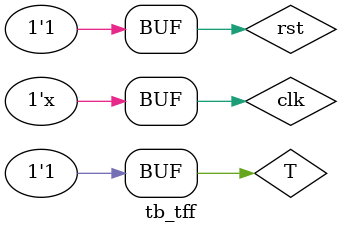
<source format=v>
module tb_tff();

reg clk, rst, T;
wire Q;

TFF u1(clk, rst, T, Q);

initial begin
    clk <= 0;
    rst <= 1;
    #10 rst <= 0;
    #10 rst <= 1;
    #80 T <= 0;
    #80 T <=1;
    #80 T <= 0;
    #80 T <=1;
    #80 T <= 0;
    #80 T <=1;
end

always begin
    #5 clk <= ~clk;
end

endmodule


</source>
